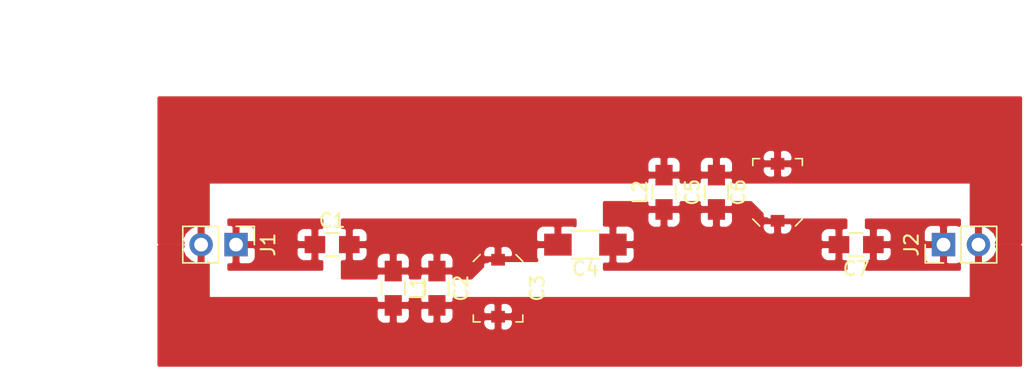
<source format=kicad_pcb>
(kicad_pcb (version 20171130) (host pcbnew "(5.0-dev-4067-g7a57606af)")

  (general
    (thickness 1.6)
    (drawings 2)
    (tracks 0)
    (zones 0)
    (modules 11)
    (nets 6)
  )

  (page A4)
  (layers
    (0 F.Cu signal)
    (31 B.Cu signal)
    (32 B.Adhes user)
    (33 F.Adhes user)
    (34 B.Paste user)
    (35 F.Paste user)
    (36 B.SilkS user)
    (37 F.SilkS user)
    (38 B.Mask user)
    (39 F.Mask user)
    (40 Dwgs.User user)
    (41 Cmts.User user)
    (42 Eco1.User user)
    (43 Eco2.User user)
    (44 Edge.Cuts user)
    (45 Margin user)
    (46 B.CrtYd user)
    (47 F.CrtYd user)
    (48 B.Fab user)
    (49 F.Fab user)
  )

  (setup
    (last_trace_width 0.25)
    (trace_clearance 0.2)
    (zone_clearance 0.508)
    (zone_45_only no)
    (trace_min 0.2)
    (segment_width 0.2)
    (edge_width 0.15)
    (via_size 0.8)
    (via_drill 0.4)
    (via_min_size 0.4)
    (via_min_drill 0.3)
    (uvia_size 0.3)
    (uvia_drill 0.1)
    (uvias_allowed no)
    (uvia_min_size 0.2)
    (uvia_min_drill 0.1)
    (pcb_text_width 0.3)
    (pcb_text_size 1.5 1.5)
    (mod_edge_width 0.15)
    (mod_text_size 1 1)
    (mod_text_width 0.15)
    (pad_size 1.524 1.524)
    (pad_drill 0.762)
    (pad_to_mask_clearance 0.2)
    (aux_axis_origin 0 0)
    (visible_elements FFFFFF7F)
    (pcbplotparams
      (layerselection 0x010fc_ffffffff)
      (usegerberextensions false)
      (usegerberattributes false)
      (usegerberadvancedattributes false)
      (creategerberjobfile false)
      (excludeedgelayer true)
      (linewidth 0.100000)
      (plotframeref false)
      (viasonmask false)
      (mode 1)
      (useauxorigin false)
      (hpglpennumber 1)
      (hpglpenspeed 20)
      (hpglpendiameter 15)
      (psnegative false)
      (psa4output false)
      (plotreference true)
      (plotvalue true)
      (plotinvisibletext false)
      (padsonsilk false)
      (subtractmaskfromsilk false)
      (outputformat 1)
      (mirror false)
      (drillshape 1)
      (scaleselection 1)
      (outputdirectory ""))
  )

  (net 0 "")
  (net 1 "Net-(C1-Pad1)")
  (net 2 GND)
  (net 3 "Net-(C7-Pad1)")
  (net 4 "Net-(C1-Pad2)")
  (net 5 "Net-(C4-Pad1)")

  (net_class Default "This is the default net class."
    (clearance 0.2)
    (trace_width 0.25)
    (via_dia 0.8)
    (via_drill 0.4)
    (uvia_dia 0.3)
    (uvia_drill 0.1)
    (add_net GND)
    (add_net "Net-(C1-Pad1)")
    (add_net "Net-(C1-Pad2)")
    (add_net "Net-(C4-Pad1)")
    (add_net "Net-(C7-Pad1)")
  )

  (module Capacitors_SMD:C_0805_HandSoldering (layer F.Cu) (tedit 58AA84A8) (tstamp 5A90D098)
    (at 100.965 57.15 90)
    (descr "Capacitor SMD 0805, hand soldering")
    (tags "capacitor 0805")
    (path /5A909D8A)
    (attr smd)
    (fp_text reference L2 (at 0 -1.75 90) (layer F.SilkS)
      (effects (font (size 1 1) (thickness 0.15)))
    )
    (fp_text value 64nH (at 0 1.75 90) (layer F.Fab)
      (effects (font (size 1 1) (thickness 0.15)))
    )
    (fp_line (start 2.25 0.87) (end -2.25 0.87) (layer F.CrtYd) (width 0.05))
    (fp_line (start 2.25 0.87) (end 2.25 -0.88) (layer F.CrtYd) (width 0.05))
    (fp_line (start -2.25 -0.88) (end -2.25 0.87) (layer F.CrtYd) (width 0.05))
    (fp_line (start -2.25 -0.88) (end 2.25 -0.88) (layer F.CrtYd) (width 0.05))
    (fp_line (start -0.5 0.85) (end 0.5 0.85) (layer F.SilkS) (width 0.12))
    (fp_line (start 0.5 -0.85) (end -0.5 -0.85) (layer F.SilkS) (width 0.12))
    (fp_line (start -1 -0.62) (end 1 -0.62) (layer F.Fab) (width 0.1))
    (fp_line (start 1 -0.62) (end 1 0.62) (layer F.Fab) (width 0.1))
    (fp_line (start 1 0.62) (end -1 0.62) (layer F.Fab) (width 0.1))
    (fp_line (start -1 0.62) (end -1 -0.62) (layer F.Fab) (width 0.1))
    (fp_text user %R (at 0 -1.75 90) (layer F.Fab)
      (effects (font (size 1 1) (thickness 0.15)))
    )
    (pad 2 smd rect (at 1.25 0 90) (size 1.5 1.25) (layers F.Cu F.Paste F.Mask)
      (net 2 GND))
    (pad 1 smd rect (at -1.25 0 90) (size 1.5 1.25) (layers F.Cu F.Paste F.Mask)
      (net 5 "Net-(C4-Pad1)"))
    (model Capacitors_SMD.3dshapes/C_0805.wrl
      (at (xyz 0 0 0))
      (scale (xyz 1 1 1))
      (rotate (xyz 0 0 0))
    )
  )

  (module Capacitors_SMD:C_0805_HandSoldering (layer F.Cu) (tedit 58AA84A8) (tstamp 5A90D49B)
    (at 81.28 64.135 270)
    (descr "Capacitor SMD 0805, hand soldering")
    (tags "capacitor 0805")
    (path /5A9089AA)
    (attr smd)
    (fp_text reference L1 (at 0 -1.75 270) (layer F.SilkS)
      (effects (font (size 1 1) (thickness 0.15)))
    )
    (fp_text value 64nH (at 0 1.75 270) (layer F.Fab)
      (effects (font (size 1 1) (thickness 0.15)))
    )
    (fp_text user %R (at 0 -1.75 270) (layer F.Fab)
      (effects (font (size 1 1) (thickness 0.15)))
    )
    (fp_line (start -1 0.62) (end -1 -0.62) (layer F.Fab) (width 0.1))
    (fp_line (start 1 0.62) (end -1 0.62) (layer F.Fab) (width 0.1))
    (fp_line (start 1 -0.62) (end 1 0.62) (layer F.Fab) (width 0.1))
    (fp_line (start -1 -0.62) (end 1 -0.62) (layer F.Fab) (width 0.1))
    (fp_line (start 0.5 -0.85) (end -0.5 -0.85) (layer F.SilkS) (width 0.12))
    (fp_line (start -0.5 0.85) (end 0.5 0.85) (layer F.SilkS) (width 0.12))
    (fp_line (start -2.25 -0.88) (end 2.25 -0.88) (layer F.CrtYd) (width 0.05))
    (fp_line (start -2.25 -0.88) (end -2.25 0.87) (layer F.CrtYd) (width 0.05))
    (fp_line (start 2.25 0.87) (end 2.25 -0.88) (layer F.CrtYd) (width 0.05))
    (fp_line (start 2.25 0.87) (end -2.25 0.87) (layer F.CrtYd) (width 0.05))
    (pad 1 smd rect (at -1.25 0 270) (size 1.5 1.25) (layers F.Cu F.Paste F.Mask)
      (net 4 "Net-(C1-Pad2)"))
    (pad 2 smd rect (at 1.25 0 270) (size 1.5 1.25) (layers F.Cu F.Paste F.Mask)
      (net 2 GND))
    (model Capacitors_SMD.3dshapes/C_0805.wrl
      (at (xyz 0 0 0))
      (scale (xyz 1 1 1))
      (rotate (xyz 0 0 0))
    )
  )

  (module Capacitors_SMD:C_0805_HandSoldering (layer F.Cu) (tedit 58AA84A8) (tstamp 5A90D076)
    (at 114.935 60.96 180)
    (descr "Capacitor SMD 0805, hand soldering")
    (tags "capacitor 0805")
    (path /5A909DA6)
    (attr smd)
    (fp_text reference C7 (at 0 -1.75 180) (layer F.SilkS)
      (effects (font (size 1 1) (thickness 0.15)))
    )
    (fp_text value 4.7pF (at 0 1.75 180) (layer F.Fab)
      (effects (font (size 1 1) (thickness 0.15)))
    )
    (fp_line (start 2.25 0.87) (end -2.25 0.87) (layer F.CrtYd) (width 0.05))
    (fp_line (start 2.25 0.87) (end 2.25 -0.88) (layer F.CrtYd) (width 0.05))
    (fp_line (start -2.25 -0.88) (end -2.25 0.87) (layer F.CrtYd) (width 0.05))
    (fp_line (start -2.25 -0.88) (end 2.25 -0.88) (layer F.CrtYd) (width 0.05))
    (fp_line (start -0.5 0.85) (end 0.5 0.85) (layer F.SilkS) (width 0.12))
    (fp_line (start 0.5 -0.85) (end -0.5 -0.85) (layer F.SilkS) (width 0.12))
    (fp_line (start -1 -0.62) (end 1 -0.62) (layer F.Fab) (width 0.1))
    (fp_line (start 1 -0.62) (end 1 0.62) (layer F.Fab) (width 0.1))
    (fp_line (start 1 0.62) (end -1 0.62) (layer F.Fab) (width 0.1))
    (fp_line (start -1 0.62) (end -1 -0.62) (layer F.Fab) (width 0.1))
    (fp_text user %R (at 0 -1.75 180) (layer F.Fab)
      (effects (font (size 1 1) (thickness 0.15)))
    )
    (pad 2 smd rect (at 1.25 0 180) (size 1.5 1.25) (layers F.Cu F.Paste F.Mask)
      (net 5 "Net-(C4-Pad1)"))
    (pad 1 smd rect (at -1.25 0 180) (size 1.5 1.25) (layers F.Cu F.Paste F.Mask)
      (net 3 "Net-(C7-Pad1)"))
    (model Capacitors_SMD.3dshapes/C_0805.wrl
      (at (xyz 0 0 0))
      (scale (xyz 1 1 1))
      (rotate (xyz 0 0 0))
    )
  )

  (module Capacitors_SMD:C_0805_HandSoldering (layer F.Cu) (tedit 58AA84A8) (tstamp 5A90D414)
    (at 104.775 57.15 90)
    (descr "Capacitor SMD 0805, hand soldering")
    (tags "capacitor 0805")
    (path /5A909D83)
    (attr smd)
    (fp_text reference C5 (at 0 -1.75 90) (layer F.SilkS)
      (effects (font (size 1 1) (thickness 0.15)))
    )
    (fp_text value 10pF (at 0 1.75 90) (layer F.Fab)
      (effects (font (size 1 1) (thickness 0.15)))
    )
    (fp_text user %R (at 0 -1.75 90) (layer F.Fab)
      (effects (font (size 1 1) (thickness 0.15)))
    )
    (fp_line (start -1 0.62) (end -1 -0.62) (layer F.Fab) (width 0.1))
    (fp_line (start 1 0.62) (end -1 0.62) (layer F.Fab) (width 0.1))
    (fp_line (start 1 -0.62) (end 1 0.62) (layer F.Fab) (width 0.1))
    (fp_line (start -1 -0.62) (end 1 -0.62) (layer F.Fab) (width 0.1))
    (fp_line (start 0.5 -0.85) (end -0.5 -0.85) (layer F.SilkS) (width 0.12))
    (fp_line (start -0.5 0.85) (end 0.5 0.85) (layer F.SilkS) (width 0.12))
    (fp_line (start -2.25 -0.88) (end 2.25 -0.88) (layer F.CrtYd) (width 0.05))
    (fp_line (start -2.25 -0.88) (end -2.25 0.87) (layer F.CrtYd) (width 0.05))
    (fp_line (start 2.25 0.87) (end 2.25 -0.88) (layer F.CrtYd) (width 0.05))
    (fp_line (start 2.25 0.87) (end -2.25 0.87) (layer F.CrtYd) (width 0.05))
    (pad 1 smd rect (at -1.25 0 90) (size 1.5 1.25) (layers F.Cu F.Paste F.Mask)
      (net 5 "Net-(C4-Pad1)"))
    (pad 2 smd rect (at 1.25 0 90) (size 1.5 1.25) (layers F.Cu F.Paste F.Mask)
      (net 2 GND))
    (model Capacitors_SMD.3dshapes/C_0805.wrl
      (at (xyz 0 0 0))
      (scale (xyz 1 1 1))
      (rotate (xyz 0 0 0))
    )
  )

  (module Capacitors_SMD:C_0805_HandSoldering (layer F.Cu) (tedit 58AA84A8) (tstamp 5A90D054)
    (at 84.455 64.135 270)
    (descr "Capacitor SMD 0805, hand soldering")
    (tags "capacitor 0805")
    (path /5A908668)
    (attr smd)
    (fp_text reference C2 (at 0 -1.75 270) (layer F.SilkS)
      (effects (font (size 1 1) (thickness 0.15)))
    )
    (fp_text value 10pF (at 0 1.75 270) (layer F.Fab)
      (effects (font (size 1 1) (thickness 0.15)))
    )
    (fp_line (start 2.25 0.87) (end -2.25 0.87) (layer F.CrtYd) (width 0.05))
    (fp_line (start 2.25 0.87) (end 2.25 -0.88) (layer F.CrtYd) (width 0.05))
    (fp_line (start -2.25 -0.88) (end -2.25 0.87) (layer F.CrtYd) (width 0.05))
    (fp_line (start -2.25 -0.88) (end 2.25 -0.88) (layer F.CrtYd) (width 0.05))
    (fp_line (start -0.5 0.85) (end 0.5 0.85) (layer F.SilkS) (width 0.12))
    (fp_line (start 0.5 -0.85) (end -0.5 -0.85) (layer F.SilkS) (width 0.12))
    (fp_line (start -1 -0.62) (end 1 -0.62) (layer F.Fab) (width 0.1))
    (fp_line (start 1 -0.62) (end 1 0.62) (layer F.Fab) (width 0.1))
    (fp_line (start 1 0.62) (end -1 0.62) (layer F.Fab) (width 0.1))
    (fp_line (start -1 0.62) (end -1 -0.62) (layer F.Fab) (width 0.1))
    (fp_text user %R (at 0 -1.75 270) (layer F.Fab)
      (effects (font (size 1 1) (thickness 0.15)))
    )
    (pad 2 smd rect (at 1.25 0 270) (size 1.5 1.25) (layers F.Cu F.Paste F.Mask)
      (net 2 GND))
    (pad 1 smd rect (at -1.25 0 270) (size 1.5 1.25) (layers F.Cu F.Paste F.Mask)
      (net 4 "Net-(C1-Pad2)"))
    (model Capacitors_SMD.3dshapes/C_0805.wrl
      (at (xyz 0 0 0))
      (scale (xyz 1 1 1))
      (rotate (xyz 0 0 0))
    )
  )

  (module Capacitors_SMD:C_0805_HandSoldering (layer F.Cu) (tedit 58AA84A8) (tstamp 5A90D043)
    (at 76.835 60.96)
    (descr "Capacitor SMD 0805, hand soldering")
    (tags "capacitor 0805")
    (path /5A9093E9)
    (attr smd)
    (fp_text reference C1 (at 0 -1.75) (layer F.SilkS)
      (effects (font (size 1 1) (thickness 0.15)))
    )
    (fp_text value 4.7pF (at 0 1.75) (layer F.Fab)
      (effects (font (size 1 1) (thickness 0.15)))
    )
    (fp_text user %R (at 0 -1.75) (layer F.Fab)
      (effects (font (size 1 1) (thickness 0.15)))
    )
    (fp_line (start -1 0.62) (end -1 -0.62) (layer F.Fab) (width 0.1))
    (fp_line (start 1 0.62) (end -1 0.62) (layer F.Fab) (width 0.1))
    (fp_line (start 1 -0.62) (end 1 0.62) (layer F.Fab) (width 0.1))
    (fp_line (start -1 -0.62) (end 1 -0.62) (layer F.Fab) (width 0.1))
    (fp_line (start 0.5 -0.85) (end -0.5 -0.85) (layer F.SilkS) (width 0.12))
    (fp_line (start -0.5 0.85) (end 0.5 0.85) (layer F.SilkS) (width 0.12))
    (fp_line (start -2.25 -0.88) (end 2.25 -0.88) (layer F.CrtYd) (width 0.05))
    (fp_line (start -2.25 -0.88) (end -2.25 0.87) (layer F.CrtYd) (width 0.05))
    (fp_line (start 2.25 0.87) (end 2.25 -0.88) (layer F.CrtYd) (width 0.05))
    (fp_line (start 2.25 0.87) (end -2.25 0.87) (layer F.CrtYd) (width 0.05))
    (pad 1 smd rect (at -1.25 0) (size 1.5 1.25) (layers F.Cu F.Paste F.Mask)
      (net 1 "Net-(C1-Pad1)"))
    (pad 2 smd rect (at 1.25 0) (size 1.5 1.25) (layers F.Cu F.Paste F.Mask)
      (net 4 "Net-(C1-Pad2)"))
    (model Capacitors_SMD.3dshapes/C_0805.wrl
      (at (xyz 0 0 0))
      (scale (xyz 1 1 1))
      (rotate (xyz 0 0 0))
    )
  )

  (module Capacitors_SMD:C_1206_HandSoldering (layer F.Cu) (tedit 58AA84D1) (tstamp 5A90D032)
    (at 95.25 60.96 180)
    (descr "Capacitor SMD 1206, hand soldering")
    (tags "capacitor 1206")
    (path /5A90920D)
    (attr smd)
    (fp_text reference C4 (at 0 -1.75 180) (layer F.SilkS)
      (effects (font (size 1 1) (thickness 0.15)))
    )
    (fp_text value 1pF (at 0 2 180) (layer F.Fab)
      (effects (font (size 1 1) (thickness 0.15)))
    )
    (fp_text user %R (at 0 -1.75 180) (layer F.Fab)
      (effects (font (size 1 1) (thickness 0.15)))
    )
    (fp_line (start -1.6 0.8) (end -1.6 -0.8) (layer F.Fab) (width 0.1))
    (fp_line (start 1.6 0.8) (end -1.6 0.8) (layer F.Fab) (width 0.1))
    (fp_line (start 1.6 -0.8) (end 1.6 0.8) (layer F.Fab) (width 0.1))
    (fp_line (start -1.6 -0.8) (end 1.6 -0.8) (layer F.Fab) (width 0.1))
    (fp_line (start 1 -1.02) (end -1 -1.02) (layer F.SilkS) (width 0.12))
    (fp_line (start -1 1.02) (end 1 1.02) (layer F.SilkS) (width 0.12))
    (fp_line (start -3.25 -1.05) (end 3.25 -1.05) (layer F.CrtYd) (width 0.05))
    (fp_line (start -3.25 -1.05) (end -3.25 1.05) (layer F.CrtYd) (width 0.05))
    (fp_line (start 3.25 1.05) (end 3.25 -1.05) (layer F.CrtYd) (width 0.05))
    (fp_line (start 3.25 1.05) (end -3.25 1.05) (layer F.CrtYd) (width 0.05))
    (pad 1 smd rect (at -2 0 180) (size 2 1.6) (layers F.Cu F.Paste F.Mask)
      (net 5 "Net-(C4-Pad1)"))
    (pad 2 smd rect (at 2 0 180) (size 2 1.6) (layers F.Cu F.Paste F.Mask)
      (net 4 "Net-(C1-Pad2)"))
    (model Capacitors_SMD.3dshapes/C_1206.wrl
      (at (xyz 0 0 0))
      (scale (xyz 1 1 1))
      (rotate (xyz 0 0 0))
    )
  )

  (module Capacitors_SMD:C_Trimmer_Murata_TZC3 (layer F.Cu) (tedit 590DA842) (tstamp 5A90D021)
    (at 109.22 57.15 90)
    (descr "trimmer capacitor SMD horizontal, http://www.murata.com/~/media/webrenewal/support/library/catalog/products/capacitor/trimmer/t13e.ashx?la=en-gb")
    (tags " Murata TZC3")
    (path /5A909D7C)
    (attr smd)
    (fp_text reference C6 (at 0 -2.85 90) (layer F.SilkS)
      (effects (font (size 1 1) (thickness 0.15)))
    )
    (fp_text value 2-6pF (at 0 2.85 90) (layer F.Fab)
      (effects (font (size 1 1) (thickness 0.15)))
    )
    (fp_text user %R (at 0 0 90) (layer F.Fab)
      (effects (font (size 0.5 0.5) (thickness 0.05)))
    )
    (fp_line (start 2.75 -1.85) (end -2.75 -1.85) (layer F.CrtYd) (width 0.05))
    (fp_line (start 2.75 1.85) (end 2.75 -1.85) (layer F.CrtYd) (width 0.05))
    (fp_line (start -2.75 1.85) (end 2.75 1.85) (layer F.CrtYd) (width 0.05))
    (fp_line (start -2.75 -1.85) (end -2.75 1.85) (layer F.CrtYd) (width 0.05))
    (fp_line (start 2.45 1.8) (end 2.45 1.3) (layer F.SilkS) (width 0.12))
    (fp_line (start 2.45 1.8) (end 1.95 1.8) (layer F.SilkS) (width 0.12))
    (fp_line (start 2.45 -1.8) (end 2.45 -1.3) (layer F.SilkS) (width 0.12))
    (fp_line (start 2.45 -1.8) (end 1.95 -1.8) (layer F.SilkS) (width 0.12))
    (fp_line (start -2.45 1.3) (end -1.95 1.8) (layer F.SilkS) (width 0.12))
    (fp_line (start -2.45 -1.3) (end -1.95 -1.8) (layer F.SilkS) (width 0.12))
    (fp_line (start -2.25 -1) (end -1.95 -1.3) (layer F.Fab) (width 0.1))
    (fp_line (start -2.25 1) (end -2.25 -1) (layer F.Fab) (width 0.1))
    (fp_line (start -1.95 1.3) (end -2.25 1) (layer F.Fab) (width 0.1))
    (fp_line (start -1.65 1.6) (end -1.95 1.3) (layer F.Fab) (width 0.1))
    (fp_line (start 2.24 1.6) (end -1.65 1.6) (layer F.Fab) (width 0.1))
    (fp_line (start 2.25 1.6) (end 2.24 1.6) (layer F.Fab) (width 0.1))
    (fp_line (start 2.25 1.59) (end 2.25 1.6) (layer F.Fab) (width 0.1))
    (fp_line (start 2.25 -1.59) (end 2.25 1.59) (layer F.Fab) (width 0.1))
    (fp_line (start 2.25 -1.6) (end 2.25 -1.59) (layer F.Fab) (width 0.1))
    (fp_line (start 2.24 -1.6) (end 2.25 -1.6) (layer F.Fab) (width 0.1))
    (fp_line (start -1.65 -1.6) (end 2.24 -1.6) (layer F.Fab) (width 0.1))
    (fp_line (start -1.95 -1.3) (end -1.65 -1.6) (layer F.Fab) (width 0.1))
    (fp_circle (center 0 0) (end 1.6 0) (layer F.Fab) (width 0.1))
    (pad 2 smd rect (at 2.075 0 90) (size 0.85 1) (layers F.Cu F.Paste F.Mask)
      (net 2 GND))
    (pad 1 smd rect (at -2.075 0 90) (size 0.85 1) (layers F.Cu F.Paste F.Mask)
      (net 5 "Net-(C4-Pad1)"))
    (model ${KISYS3DMOD}/Capacitors_SMD.3dshapes/C_Trimmer_Murata_TZC3.wrl
      (at (xyz 0 0 0))
      (scale (xyz 1 1 1))
      (rotate (xyz 0 0 0))
    )
  )

  (module Capacitors_SMD:C_Trimmer_Murata_TZC3 (layer F.Cu) (tedit 590DA842) (tstamp 5A90D451)
    (at 88.9 64.135 270)
    (descr "trimmer capacitor SMD horizontal, http://www.murata.com/~/media/webrenewal/support/library/catalog/products/capacitor/trimmer/t13e.ashx?la=en-gb")
    (tags " Murata TZC3")
    (path /5A90853C)
    (attr smd)
    (fp_text reference C3 (at 0 -2.85 270) (layer F.SilkS)
      (effects (font (size 1 1) (thickness 0.15)))
    )
    (fp_text value 2-6pF (at 0 2.85 270) (layer F.Fab)
      (effects (font (size 1 1) (thickness 0.15)))
    )
    (fp_circle (center 0 0) (end 1.6 0) (layer F.Fab) (width 0.1))
    (fp_line (start -1.95 -1.3) (end -1.65 -1.6) (layer F.Fab) (width 0.1))
    (fp_line (start -1.65 -1.6) (end 2.24 -1.6) (layer F.Fab) (width 0.1))
    (fp_line (start 2.24 -1.6) (end 2.25 -1.6) (layer F.Fab) (width 0.1))
    (fp_line (start 2.25 -1.6) (end 2.25 -1.59) (layer F.Fab) (width 0.1))
    (fp_line (start 2.25 -1.59) (end 2.25 1.59) (layer F.Fab) (width 0.1))
    (fp_line (start 2.25 1.59) (end 2.25 1.6) (layer F.Fab) (width 0.1))
    (fp_line (start 2.25 1.6) (end 2.24 1.6) (layer F.Fab) (width 0.1))
    (fp_line (start 2.24 1.6) (end -1.65 1.6) (layer F.Fab) (width 0.1))
    (fp_line (start -1.65 1.6) (end -1.95 1.3) (layer F.Fab) (width 0.1))
    (fp_line (start -1.95 1.3) (end -2.25 1) (layer F.Fab) (width 0.1))
    (fp_line (start -2.25 1) (end -2.25 -1) (layer F.Fab) (width 0.1))
    (fp_line (start -2.25 -1) (end -1.95 -1.3) (layer F.Fab) (width 0.1))
    (fp_line (start -2.45 -1.3) (end -1.95 -1.8) (layer F.SilkS) (width 0.12))
    (fp_line (start -2.45 1.3) (end -1.95 1.8) (layer F.SilkS) (width 0.12))
    (fp_line (start 2.45 -1.8) (end 1.95 -1.8) (layer F.SilkS) (width 0.12))
    (fp_line (start 2.45 -1.8) (end 2.45 -1.3) (layer F.SilkS) (width 0.12))
    (fp_line (start 2.45 1.8) (end 1.95 1.8) (layer F.SilkS) (width 0.12))
    (fp_line (start 2.45 1.8) (end 2.45 1.3) (layer F.SilkS) (width 0.12))
    (fp_line (start -2.75 -1.85) (end -2.75 1.85) (layer F.CrtYd) (width 0.05))
    (fp_line (start -2.75 1.85) (end 2.75 1.85) (layer F.CrtYd) (width 0.05))
    (fp_line (start 2.75 1.85) (end 2.75 -1.85) (layer F.CrtYd) (width 0.05))
    (fp_line (start 2.75 -1.85) (end -2.75 -1.85) (layer F.CrtYd) (width 0.05))
    (fp_text user %R (at 0 0 270) (layer F.Fab)
      (effects (font (size 0.5 0.5) (thickness 0.05)))
    )
    (pad 1 smd rect (at -2.075 0 270) (size 0.85 1) (layers F.Cu F.Paste F.Mask)
      (net 4 "Net-(C1-Pad2)"))
    (pad 2 smd rect (at 2.075 0 270) (size 0.85 1) (layers F.Cu F.Paste F.Mask)
      (net 2 GND))
    (model ${KISYS3DMOD}/Capacitors_SMD.3dshapes/C_Trimmer_Murata_TZC3.wrl
      (at (xyz 0 0 0))
      (scale (xyz 1 1 1))
      (rotate (xyz 0 0 0))
    )
  )

  (module Pin_Headers:Pin_Header_Straight_1x02_Pitch2.54mm (layer F.Cu) (tedit 59650532) (tstamp 5A90CFE5)
    (at 121.285 60.96 90)
    (descr "Through hole straight pin header, 1x02, 2.54mm pitch, single row")
    (tags "Through hole pin header THT 1x02 2.54mm single row")
    (path /5A90C91C)
    (fp_text reference J2 (at 0 -2.33 90) (layer F.SilkS)
      (effects (font (size 1 1) (thickness 0.15)))
    )
    (fp_text value Conn_Coaxial (at 0 4.87 90) (layer F.Fab)
      (effects (font (size 1 1) (thickness 0.15)))
    )
    (fp_text user %R (at 0 1.27 180) (layer F.Fab)
      (effects (font (size 1 1) (thickness 0.15)))
    )
    (fp_line (start 1.8 -1.8) (end -1.8 -1.8) (layer F.CrtYd) (width 0.05))
    (fp_line (start 1.8 4.35) (end 1.8 -1.8) (layer F.CrtYd) (width 0.05))
    (fp_line (start -1.8 4.35) (end 1.8 4.35) (layer F.CrtYd) (width 0.05))
    (fp_line (start -1.8 -1.8) (end -1.8 4.35) (layer F.CrtYd) (width 0.05))
    (fp_line (start -1.33 -1.33) (end 0 -1.33) (layer F.SilkS) (width 0.12))
    (fp_line (start -1.33 0) (end -1.33 -1.33) (layer F.SilkS) (width 0.12))
    (fp_line (start -1.33 1.27) (end 1.33 1.27) (layer F.SilkS) (width 0.12))
    (fp_line (start 1.33 1.27) (end 1.33 3.87) (layer F.SilkS) (width 0.12))
    (fp_line (start -1.33 1.27) (end -1.33 3.87) (layer F.SilkS) (width 0.12))
    (fp_line (start -1.33 3.87) (end 1.33 3.87) (layer F.SilkS) (width 0.12))
    (fp_line (start -1.27 -0.635) (end -0.635 -1.27) (layer F.Fab) (width 0.1))
    (fp_line (start -1.27 3.81) (end -1.27 -0.635) (layer F.Fab) (width 0.1))
    (fp_line (start 1.27 3.81) (end -1.27 3.81) (layer F.Fab) (width 0.1))
    (fp_line (start 1.27 -1.27) (end 1.27 3.81) (layer F.Fab) (width 0.1))
    (fp_line (start -0.635 -1.27) (end 1.27 -1.27) (layer F.Fab) (width 0.1))
    (pad 2 thru_hole oval (at 0 2.54 90) (size 1.7 1.7) (drill 1) (layers *.Cu *.Mask)
      (net 2 GND))
    (pad 1 thru_hole rect (at 0 0 90) (size 1.7 1.7) (drill 1) (layers *.Cu *.Mask)
      (net 3 "Net-(C7-Pad1)"))
    (model ${KISYS3DMOD}/Pin_Headers.3dshapes/Pin_Header_Straight_1x02_Pitch2.54mm.wrl
      (at (xyz 0 0 0))
      (scale (xyz 1 1 1))
      (rotate (xyz 0 0 0))
    )
  )

  (module Pin_Headers:Pin_Header_Straight_1x02_Pitch2.54mm (layer F.Cu) (tedit 59650532) (tstamp 5A90D198)
    (at 69.85 60.96 270)
    (descr "Through hole straight pin header, 1x02, 2.54mm pitch, single row")
    (tags "Through hole pin header THT 1x02 2.54mm single row")
    (path /5A908D1D)
    (fp_text reference J1 (at 0 -2.33 270) (layer F.SilkS)
      (effects (font (size 1 1) (thickness 0.15)))
    )
    (fp_text value Conn_Coaxial (at 0 4.87 270) (layer F.Fab)
      (effects (font (size 1 1) (thickness 0.15)))
    )
    (fp_line (start -0.635 -1.27) (end 1.27 -1.27) (layer F.Fab) (width 0.1))
    (fp_line (start 1.27 -1.27) (end 1.27 3.81) (layer F.Fab) (width 0.1))
    (fp_line (start 1.27 3.81) (end -1.27 3.81) (layer F.Fab) (width 0.1))
    (fp_line (start -1.27 3.81) (end -1.27 -0.635) (layer F.Fab) (width 0.1))
    (fp_line (start -1.27 -0.635) (end -0.635 -1.27) (layer F.Fab) (width 0.1))
    (fp_line (start -1.33 3.87) (end 1.33 3.87) (layer F.SilkS) (width 0.12))
    (fp_line (start -1.33 1.27) (end -1.33 3.87) (layer F.SilkS) (width 0.12))
    (fp_line (start 1.33 1.27) (end 1.33 3.87) (layer F.SilkS) (width 0.12))
    (fp_line (start -1.33 1.27) (end 1.33 1.27) (layer F.SilkS) (width 0.12))
    (fp_line (start -1.33 0) (end -1.33 -1.33) (layer F.SilkS) (width 0.12))
    (fp_line (start -1.33 -1.33) (end 0 -1.33) (layer F.SilkS) (width 0.12))
    (fp_line (start -1.8 -1.8) (end -1.8 4.35) (layer F.CrtYd) (width 0.05))
    (fp_line (start -1.8 4.35) (end 1.8 4.35) (layer F.CrtYd) (width 0.05))
    (fp_line (start 1.8 4.35) (end 1.8 -1.8) (layer F.CrtYd) (width 0.05))
    (fp_line (start 1.8 -1.8) (end -1.8 -1.8) (layer F.CrtYd) (width 0.05))
    (fp_text user %R (at 0 1.27) (layer F.Fab)
      (effects (font (size 1 1) (thickness 0.15)))
    )
    (pad 1 thru_hole rect (at 0 0 270) (size 1.7 1.7) (drill 1) (layers *.Cu *.Mask)
      (net 1 "Net-(C1-Pad1)"))
    (pad 2 thru_hole oval (at 0 2.54 270) (size 1.7 1.7) (drill 1) (layers *.Cu *.Mask)
      (net 2 GND))
    (model ${KISYS3DMOD}/Pin_Headers.3dshapes/Pin_Header_Straight_1x02_Pitch2.54mm.wrl
      (at (xyz 0 0 0))
      (scale (xyz 1 1 1))
      (rotate (xyz 0 0 0))
    )
  )

  (dimension 19.685 (width 0.3) (layer Cmts.User)
    (gr_text "19.685 mm" (at 58.975 60.0075 270) (layer Cmts.User)
      (effects (font (size 1.5 1.5) (thickness 0.3)))
    )
    (feature1 (pts (xy 64.135 69.85) (xy 57.625 69.85)))
    (feature2 (pts (xy 64.135 50.165) (xy 57.625 50.165)))
    (crossbar (pts (xy 60.325 50.165) (xy 60.325 69.85)))
    (arrow1a (pts (xy 60.325 69.85) (xy 59.738579 68.723496)))
    (arrow1b (pts (xy 60.325 69.85) (xy 60.911421 68.723496)))
    (arrow2a (pts (xy 60.325 50.165) (xy 59.738579 51.291504)))
    (arrow2b (pts (xy 60.325 50.165) (xy 60.911421 51.291504)))
  )
  (dimension 62.865 (width 0.3) (layer Cmts.User)
    (gr_text "62.865 mm" (at 95.5675 45.005) (layer Cmts.User)
      (effects (font (size 1.5 1.5) (thickness 0.3)))
    )
    (feature1 (pts (xy 127 50.165) (xy 127 43.655)))
    (feature2 (pts (xy 64.135 50.165) (xy 64.135 43.655)))
    (crossbar (pts (xy 64.135 46.355) (xy 127 46.355)))
    (arrow1a (pts (xy 127 46.355) (xy 125.873496 46.941421)))
    (arrow1b (pts (xy 127 46.355) (xy 125.873496 45.768579)))
    (arrow2a (pts (xy 64.135 46.355) (xy 65.261504 46.941421)))
    (arrow2b (pts (xy 64.135 46.355) (xy 65.261504 45.768579)))
  )

  (zone (net 4) (net_name "Net-(C1-Pad2)") (layer F.Cu) (tstamp 0) (hatch edge 0.508)
    (connect_pads (clearance 0.508))
    (min_thickness 0.254)
    (fill yes (arc_segments 16) (thermal_gap 0.508) (thermal_bridge_width 0.508))
    (polygon
      (pts
        (xy 77.47 59.055) (xy 77.47 63.5) (xy 86.995 63.5) (xy 88.265 62.23) (xy 94.615 62.23)
        (xy 94.615 59.055)
      )
    )
    (filled_polygon
      (pts
        (xy 94.488 59.571264) (xy 94.376309 59.525) (xy 93.53575 59.525) (xy 93.377 59.68375) (xy 93.377 60.833)
        (xy 93.397 60.833) (xy 93.397 61.087) (xy 93.377 61.087) (xy 93.377 61.107) (xy 93.123 61.107)
        (xy 93.123 61.087) (xy 91.77375 61.087) (xy 91.615 61.24575) (xy 91.615 61.88631) (xy 91.704756 62.103)
        (xy 88.265 62.103) (xy 88.216399 62.112667) (xy 88.175197 62.140197) (xy 88.128394 62.187) (xy 87.92375 62.187)
        (xy 87.765 62.34575) (xy 87.765 62.550394) (xy 86.942394 63.373) (xy 85.715 63.373) (xy 85.715 63.17075)
        (xy 85.55625 63.012) (xy 84.582 63.012) (xy 84.582 63.032) (xy 84.328 63.032) (xy 84.328 63.012)
        (xy 83.35375 63.012) (xy 83.195 63.17075) (xy 83.195 63.373) (xy 82.54 63.373) (xy 82.54 63.17075)
        (xy 82.38125 63.012) (xy 81.407 63.012) (xy 81.407 63.032) (xy 81.153 63.032) (xy 81.153 63.012)
        (xy 80.17875 63.012) (xy 80.02 63.17075) (xy 80.02 63.373) (xy 77.597 63.373) (xy 77.597 62.22)
        (xy 77.79925 62.22) (xy 77.958 62.06125) (xy 77.958 61.087) (xy 78.212 61.087) (xy 78.212 62.06125)
        (xy 78.37075 62.22) (xy 78.961309 62.22) (xy 79.194698 62.123327) (xy 79.309334 62.008691) (xy 80.02 62.008691)
        (xy 80.02 62.59925) (xy 80.17875 62.758) (xy 81.153 62.758) (xy 81.153 61.65875) (xy 81.407 61.65875)
        (xy 81.407 62.758) (xy 82.38125 62.758) (xy 82.54 62.59925) (xy 82.54 62.008691) (xy 83.195 62.008691)
        (xy 83.195 62.59925) (xy 83.35375 62.758) (xy 84.328 62.758) (xy 84.328 61.65875) (xy 84.582 61.65875)
        (xy 84.582 62.758) (xy 85.55625 62.758) (xy 85.715 62.59925) (xy 85.715 62.008691) (xy 85.618327 61.775302)
        (xy 85.439699 61.596673) (xy 85.227292 61.508691) (xy 87.765 61.508691) (xy 87.765 61.77425) (xy 87.92375 61.933)
        (xy 88.773 61.933) (xy 88.773 61.15875) (xy 89.027 61.15875) (xy 89.027 61.933) (xy 89.87625 61.933)
        (xy 90.035 61.77425) (xy 90.035 61.508691) (xy 89.938327 61.275302) (xy 89.759699 61.096673) (xy 89.52631 61)
        (xy 89.18575 61) (xy 89.027 61.15875) (xy 88.773 61.15875) (xy 88.61425 61) (xy 88.27369 61)
        (xy 88.040301 61.096673) (xy 87.861673 61.275302) (xy 87.765 61.508691) (xy 85.227292 61.508691) (xy 85.20631 61.5)
        (xy 84.74075 61.5) (xy 84.582 61.65875) (xy 84.328 61.65875) (xy 84.16925 61.5) (xy 83.70369 61.5)
        (xy 83.470301 61.596673) (xy 83.291673 61.775302) (xy 83.195 62.008691) (xy 82.54 62.008691) (xy 82.443327 61.775302)
        (xy 82.264699 61.596673) (xy 82.03131 61.5) (xy 81.56575 61.5) (xy 81.407 61.65875) (xy 81.153 61.65875)
        (xy 80.99425 61.5) (xy 80.52869 61.5) (xy 80.295301 61.596673) (xy 80.116673 61.775302) (xy 80.02 62.008691)
        (xy 79.309334 62.008691) (xy 79.373327 61.944699) (xy 79.47 61.71131) (xy 79.47 61.24575) (xy 79.31125 61.087)
        (xy 78.212 61.087) (xy 77.958 61.087) (xy 77.938 61.087) (xy 77.938 60.833) (xy 77.958 60.833)
        (xy 77.958 59.85875) (xy 78.212 59.85875) (xy 78.212 60.833) (xy 79.31125 60.833) (xy 79.47 60.67425)
        (xy 79.47 60.20869) (xy 79.397513 60.03369) (xy 91.615 60.03369) (xy 91.615 60.67425) (xy 91.77375 60.833)
        (xy 93.123 60.833) (xy 93.123 59.68375) (xy 92.96425 59.525) (xy 92.123691 59.525) (xy 91.890302 59.621673)
        (xy 91.711673 59.800301) (xy 91.615 60.03369) (xy 79.397513 60.03369) (xy 79.373327 59.975301) (xy 79.194698 59.796673)
        (xy 78.961309 59.7) (xy 78.37075 59.7) (xy 78.212 59.85875) (xy 77.958 59.85875) (xy 77.79925 59.7)
        (xy 77.597 59.7) (xy 77.597 59.182) (xy 94.488 59.182)
      )
    )
  )
  (zone (net 5) (net_name "Net-(C4-Pad1)") (layer F.Cu) (tstamp 0) (hatch edge 0.508)
    (connect_pads (clearance 0.508))
    (min_thickness 0.254)
    (fill yes (arc_segments 16) (thermal_gap 0.508) (thermal_bridge_width 0.508))
    (polygon
      (pts
        (xy 96.52 62.865) (xy 96.52 57.785) (xy 107.315 57.785) (xy 108.585 59.055) (xy 114.3 59.055)
        (xy 114.3 62.865)
      )
    )
    (filled_polygon
      (pts
        (xy 99.705 58.11425) (xy 99.86375 58.273) (xy 100.838 58.273) (xy 100.838 58.253) (xy 101.092 58.253)
        (xy 101.092 58.273) (xy 102.06625 58.273) (xy 102.225 58.11425) (xy 102.225 57.912) (xy 103.515 57.912)
        (xy 103.515 58.11425) (xy 103.67375 58.273) (xy 104.648 58.273) (xy 104.648 58.253) (xy 104.902 58.253)
        (xy 104.902 58.273) (xy 105.87625 58.273) (xy 106.035 58.11425) (xy 106.035 57.912) (xy 107.262394 57.912)
        (xy 108.085 58.734606) (xy 108.085 58.93925) (xy 108.24375 59.098) (xy 108.448394 59.098) (xy 108.495197 59.144803)
        (xy 108.536399 59.172333) (xy 108.585 59.182) (xy 114.173 59.182) (xy 114.173 59.7) (xy 113.97075 59.7)
        (xy 113.812 59.85875) (xy 113.812 60.833) (xy 113.832 60.833) (xy 113.832 61.087) (xy 113.812 61.087)
        (xy 113.812 62.06125) (xy 113.97075 62.22) (xy 114.173 62.22) (xy 114.173 62.738) (xy 96.647 62.738)
        (xy 96.647 62.395) (xy 96.96425 62.395) (xy 97.123 62.23625) (xy 97.123 61.087) (xy 97.377 61.087)
        (xy 97.377 62.23625) (xy 97.53575 62.395) (xy 98.376309 62.395) (xy 98.609698 62.298327) (xy 98.788327 62.119699)
        (xy 98.885 61.88631) (xy 98.885 61.24575) (xy 112.3 61.24575) (xy 112.3 61.71131) (xy 112.396673 61.944699)
        (xy 112.575302 62.123327) (xy 112.808691 62.22) (xy 113.39925 62.22) (xy 113.558 62.06125) (xy 113.558 61.087)
        (xy 112.45875 61.087) (xy 112.3 61.24575) (xy 98.885 61.24575) (xy 98.72625 61.087) (xy 97.377 61.087)
        (xy 97.123 61.087) (xy 97.103 61.087) (xy 97.103 60.833) (xy 97.123 60.833) (xy 97.123 59.68375)
        (xy 97.377 59.68375) (xy 97.377 60.833) (xy 98.72625 60.833) (xy 98.885 60.67425) (xy 98.885 60.03369)
        (xy 98.788327 59.800301) (xy 98.609698 59.621673) (xy 98.376309 59.525) (xy 97.53575 59.525) (xy 97.377 59.68375)
        (xy 97.123 59.68375) (xy 96.96425 59.525) (xy 96.647 59.525) (xy 96.647 58.68575) (xy 99.705 58.68575)
        (xy 99.705 59.276309) (xy 99.801673 59.509698) (xy 99.980301 59.688327) (xy 100.21369 59.785) (xy 100.67925 59.785)
        (xy 100.838 59.62625) (xy 100.838 58.527) (xy 101.092 58.527) (xy 101.092 59.62625) (xy 101.25075 59.785)
        (xy 101.71631 59.785) (xy 101.949699 59.688327) (xy 102.128327 59.509698) (xy 102.225 59.276309) (xy 102.225 58.68575)
        (xy 103.515 58.68575) (xy 103.515 59.276309) (xy 103.611673 59.509698) (xy 103.790301 59.688327) (xy 104.02369 59.785)
        (xy 104.48925 59.785) (xy 104.648 59.62625) (xy 104.648 58.527) (xy 104.902 58.527) (xy 104.902 59.62625)
        (xy 105.06075 59.785) (xy 105.52631 59.785) (xy 105.759699 59.688327) (xy 105.937275 59.51075) (xy 108.085 59.51075)
        (xy 108.085 59.776309) (xy 108.181673 60.009698) (xy 108.360301 60.188327) (xy 108.59369 60.285) (xy 108.93425 60.285)
        (xy 109.093 60.12625) (xy 109.093 59.352) (xy 109.347 59.352) (xy 109.347 60.12625) (xy 109.50575 60.285)
        (xy 109.84631 60.285) (xy 110.030538 60.20869) (xy 112.3 60.20869) (xy 112.3 60.67425) (xy 112.45875 60.833)
        (xy 113.558 60.833) (xy 113.558 59.85875) (xy 113.39925 59.7) (xy 112.808691 59.7) (xy 112.575302 59.796673)
        (xy 112.396673 59.975301) (xy 112.3 60.20869) (xy 110.030538 60.20869) (xy 110.079699 60.188327) (xy 110.258327 60.009698)
        (xy 110.355 59.776309) (xy 110.355 59.51075) (xy 110.19625 59.352) (xy 109.347 59.352) (xy 109.093 59.352)
        (xy 108.24375 59.352) (xy 108.085 59.51075) (xy 105.937275 59.51075) (xy 105.938327 59.509698) (xy 106.035 59.276309)
        (xy 106.035 58.68575) (xy 105.87625 58.527) (xy 104.902 58.527) (xy 104.648 58.527) (xy 103.67375 58.527)
        (xy 103.515 58.68575) (xy 102.225 58.68575) (xy 102.06625 58.527) (xy 101.092 58.527) (xy 100.838 58.527)
        (xy 99.86375 58.527) (xy 99.705 58.68575) (xy 96.647 58.68575) (xy 96.647 57.912) (xy 99.705 57.912)
      )
    )
  )
  (zone (net 3) (net_name "Net-(C7-Pad1)") (layer F.Cu) (tstamp 0) (hatch edge 0.508)
    (connect_pads (clearance 0.508))
    (min_thickness 0.254)
    (fill yes (arc_segments 16) (thermal_gap 0.508) (thermal_bridge_width 0.508))
    (polygon
      (pts
        (xy 115.57 59.055) (xy 115.57 62.865) (xy 122.555 62.865) (xy 122.555 59.055)
      )
    )
    (filled_polygon
      (pts
        (xy 122.428 59.544045) (xy 122.26131 59.475) (xy 121.57075 59.475) (xy 121.412 59.63375) (xy 121.412 60.833)
        (xy 121.432 60.833) (xy 121.432 61.087) (xy 121.412 61.087) (xy 121.412 62.28625) (xy 121.57075 62.445)
        (xy 122.26131 62.445) (xy 122.428 62.375955) (xy 122.428 62.738) (xy 115.697 62.738) (xy 115.697 62.22)
        (xy 115.89925 62.22) (xy 116.058 62.06125) (xy 116.058 61.087) (xy 116.312 61.087) (xy 116.312 62.06125)
        (xy 116.47075 62.22) (xy 117.061309 62.22) (xy 117.294698 62.123327) (xy 117.473327 61.944699) (xy 117.57 61.71131)
        (xy 117.57 61.24575) (xy 119.8 61.24575) (xy 119.8 61.936309) (xy 119.896673 62.169698) (xy 120.075301 62.348327)
        (xy 120.30869 62.445) (xy 120.99925 62.445) (xy 121.158 62.28625) (xy 121.158 61.087) (xy 119.95875 61.087)
        (xy 119.8 61.24575) (xy 117.57 61.24575) (xy 117.41125 61.087) (xy 116.312 61.087) (xy 116.058 61.087)
        (xy 116.038 61.087) (xy 116.038 60.833) (xy 116.058 60.833) (xy 116.058 59.85875) (xy 116.312 59.85875)
        (xy 116.312 60.833) (xy 117.41125 60.833) (xy 117.57 60.67425) (xy 117.57 60.20869) (xy 117.476803 59.983691)
        (xy 119.8 59.983691) (xy 119.8 60.67425) (xy 119.95875 60.833) (xy 121.158 60.833) (xy 121.158 59.63375)
        (xy 120.99925 59.475) (xy 120.30869 59.475) (xy 120.075301 59.571673) (xy 119.896673 59.750302) (xy 119.8 59.983691)
        (xy 117.476803 59.983691) (xy 117.473327 59.975301) (xy 117.294698 59.796673) (xy 117.061309 59.7) (xy 116.47075 59.7)
        (xy 116.312 59.85875) (xy 116.058 59.85875) (xy 115.89925 59.7) (xy 115.697 59.7) (xy 115.697 59.182)
        (xy 122.428 59.182)
      )
    )
  )
  (zone (net 1) (net_name "Net-(C1-Pad1)") (layer F.Cu) (tstamp 0) (hatch edge 0.508)
    (connect_pads (clearance 0.508))
    (min_thickness 0.254)
    (fill yes (arc_segments 16) (thermal_gap 0.508) (thermal_bridge_width 0.508))
    (polygon
      (pts
        (xy 76.2 59.055) (xy 69.215 59.055) (xy 69.215 62.865) (xy 76.2 62.865)
      )
    )
    (filled_polygon
      (pts
        (xy 76.073 59.7) (xy 75.87075 59.7) (xy 75.712 59.85875) (xy 75.712 60.833) (xy 75.732 60.833)
        (xy 75.732 61.087) (xy 75.712 61.087) (xy 75.712 62.06125) (xy 75.87075 62.22) (xy 76.073 62.22)
        (xy 76.073 62.738) (xy 69.342 62.738) (xy 69.342 62.445) (xy 69.56425 62.445) (xy 69.723 62.28625)
        (xy 69.723 61.087) (xy 69.977 61.087) (xy 69.977 62.28625) (xy 70.13575 62.445) (xy 70.82631 62.445)
        (xy 71.059699 62.348327) (xy 71.238327 62.169698) (xy 71.335 61.936309) (xy 71.335 61.24575) (xy 74.2 61.24575)
        (xy 74.2 61.71131) (xy 74.296673 61.944699) (xy 74.475302 62.123327) (xy 74.708691 62.22) (xy 75.29925 62.22)
        (xy 75.458 62.06125) (xy 75.458 61.087) (xy 74.35875 61.087) (xy 74.2 61.24575) (xy 71.335 61.24575)
        (xy 71.17625 61.087) (xy 69.977 61.087) (xy 69.723 61.087) (xy 69.703 61.087) (xy 69.703 60.833)
        (xy 69.723 60.833) (xy 69.723 59.63375) (xy 69.977 59.63375) (xy 69.977 60.833) (xy 71.17625 60.833)
        (xy 71.335 60.67425) (xy 71.335 60.20869) (xy 74.2 60.20869) (xy 74.2 60.67425) (xy 74.35875 60.833)
        (xy 75.458 60.833) (xy 75.458 59.85875) (xy 75.29925 59.7) (xy 74.708691 59.7) (xy 74.475302 59.796673)
        (xy 74.296673 59.975301) (xy 74.2 60.20869) (xy 71.335 60.20869) (xy 71.335 59.983691) (xy 71.238327 59.750302)
        (xy 71.059699 59.571673) (xy 70.82631 59.475) (xy 70.13575 59.475) (xy 69.977 59.63375) (xy 69.723 59.63375)
        (xy 69.56425 59.475) (xy 69.342 59.475) (xy 69.342 59.182) (xy 76.073 59.182)
      )
    )
  )
  (zone (net 2) (net_name GND) (layer F.Cu) (tstamp 0) (hatch edge 0.508)
    (connect_pads (clearance 0.508))
    (min_thickness 0.254)
    (fill yes (arc_segments 16) (thermal_gap 0.508) (thermal_bridge_width 0.508))
    (polygon
      (pts
        (xy 67.945 60.96) (xy 67.945 56.515) (xy 95.885 56.515) (xy 96.52 56.515) (xy 123.19 56.515)
        (xy 123.19 60.96) (xy 127 60.96) (xy 127 50.165) (xy 64.135 50.165) (xy 64.135 60.96)
      )
    )
    (filled_polygon
      (pts
        (xy 126.873 60.833) (xy 125.31 60.833) (xy 125.31 60.832998) (xy 125.14582 60.832998) (xy 125.266486 60.603108)
        (xy 125.020183 60.078642) (xy 124.591924 59.688355) (xy 124.18189 59.518524) (xy 123.952 59.639845) (xy 123.952 60.833)
        (xy 123.698 60.833) (xy 123.698 59.639845) (xy 123.46811 59.518524) (xy 123.317 59.581112) (xy 123.317 56.515)
        (xy 123.307333 56.466399) (xy 123.279803 56.425197) (xy 123.238601 56.397667) (xy 123.19 56.388) (xy 106.035 56.388)
        (xy 106.035 56.18575) (xy 105.87625 56.027) (xy 104.902 56.027) (xy 104.902 56.047) (xy 104.648 56.047)
        (xy 104.648 56.027) (xy 103.67375 56.027) (xy 103.515 56.18575) (xy 103.515 56.388) (xy 102.225 56.388)
        (xy 102.225 56.18575) (xy 102.06625 56.027) (xy 101.092 56.027) (xy 101.092 56.047) (xy 100.838 56.047)
        (xy 100.838 56.027) (xy 99.86375 56.027) (xy 99.705 56.18575) (xy 99.705 56.388) (xy 67.945 56.388)
        (xy 67.896399 56.397667) (xy 67.855197 56.425197) (xy 67.827667 56.466399) (xy 67.818 56.515) (xy 67.818 59.581112)
        (xy 67.66689 59.518524) (xy 67.437 59.639845) (xy 67.437 60.833) (xy 67.183 60.833) (xy 67.183 59.639845)
        (xy 66.95311 59.518524) (xy 66.543076 59.688355) (xy 66.114817 60.078642) (xy 65.868514 60.603108) (xy 65.98918 60.832998)
        (xy 65.825 60.832998) (xy 65.825 60.833) (xy 64.262 60.833) (xy 64.262 55.023691) (xy 99.705 55.023691)
        (xy 99.705 55.61425) (xy 99.86375 55.773) (xy 100.838 55.773) (xy 100.838 54.67375) (xy 101.092 54.67375)
        (xy 101.092 55.773) (xy 102.06625 55.773) (xy 102.225 55.61425) (xy 102.225 55.023691) (xy 103.515 55.023691)
        (xy 103.515 55.61425) (xy 103.67375 55.773) (xy 104.648 55.773) (xy 104.648 54.67375) (xy 104.902 54.67375)
        (xy 104.902 55.773) (xy 105.87625 55.773) (xy 106.035 55.61425) (xy 106.035 55.36075) (xy 108.085 55.36075)
        (xy 108.085 55.626309) (xy 108.181673 55.859698) (xy 108.360301 56.038327) (xy 108.59369 56.135) (xy 108.93425 56.135)
        (xy 109.093 55.97625) (xy 109.093 55.202) (xy 109.347 55.202) (xy 109.347 55.97625) (xy 109.50575 56.135)
        (xy 109.84631 56.135) (xy 110.079699 56.038327) (xy 110.258327 55.859698) (xy 110.355 55.626309) (xy 110.355 55.36075)
        (xy 110.19625 55.202) (xy 109.347 55.202) (xy 109.093 55.202) (xy 108.24375 55.202) (xy 108.085 55.36075)
        (xy 106.035 55.36075) (xy 106.035 55.023691) (xy 105.938327 54.790302) (xy 105.759699 54.611673) (xy 105.547292 54.523691)
        (xy 108.085 54.523691) (xy 108.085 54.78925) (xy 108.24375 54.948) (xy 109.093 54.948) (xy 109.093 54.17375)
        (xy 109.347 54.17375) (xy 109.347 54.948) (xy 110.19625 54.948) (xy 110.355 54.78925) (xy 110.355 54.523691)
        (xy 110.258327 54.290302) (xy 110.079699 54.111673) (xy 109.84631 54.015) (xy 109.50575 54.015) (xy 109.347 54.17375)
        (xy 109.093 54.17375) (xy 108.93425 54.015) (xy 108.59369 54.015) (xy 108.360301 54.111673) (xy 108.181673 54.290302)
        (xy 108.085 54.523691) (xy 105.547292 54.523691) (xy 105.52631 54.515) (xy 105.06075 54.515) (xy 104.902 54.67375)
        (xy 104.648 54.67375) (xy 104.48925 54.515) (xy 104.02369 54.515) (xy 103.790301 54.611673) (xy 103.611673 54.790302)
        (xy 103.515 55.023691) (xy 102.225 55.023691) (xy 102.128327 54.790302) (xy 101.949699 54.611673) (xy 101.71631 54.515)
        (xy 101.25075 54.515) (xy 101.092 54.67375) (xy 100.838 54.67375) (xy 100.67925 54.515) (xy 100.21369 54.515)
        (xy 99.980301 54.611673) (xy 99.801673 54.790302) (xy 99.705 55.023691) (xy 64.262 55.023691) (xy 64.262 50.292)
        (xy 126.873 50.292)
      )
    )
  )
  (zone (net 2) (net_name GND) (layer F.Cu) (tstamp 0) (hatch edge 0.508)
    (connect_pads (clearance 0.508))
    (min_thickness 0.254)
    (fill yes (arc_segments 16) (thermal_gap 0.508) (thermal_bridge_width 0.508))
    (polygon
      (pts
        (xy 67.945 60.96) (xy 67.945 64.77) (xy 123.19 64.77) (xy 123.19 60.96) (xy 127 60.96)
        (xy 127 69.85) (xy 64.135 69.85) (xy 64.135 60.96)
      )
    )
    (filled_polygon
      (pts
        (xy 65.825 61.087002) (xy 65.98918 61.087002) (xy 65.868514 61.316892) (xy 66.114817 61.841358) (xy 66.543076 62.231645)
        (xy 66.95311 62.401476) (xy 67.183 62.280155) (xy 67.183 61.087) (xy 67.437 61.087) (xy 67.437 62.280155)
        (xy 67.66689 62.401476) (xy 67.818 62.338888) (xy 67.818 64.77) (xy 67.827667 64.818601) (xy 67.855197 64.859803)
        (xy 67.896399 64.887333) (xy 67.945 64.897) (xy 80.02 64.897) (xy 80.02 65.09925) (xy 80.17875 65.258)
        (xy 81.153 65.258) (xy 81.153 65.238) (xy 81.407 65.238) (xy 81.407 65.258) (xy 82.38125 65.258)
        (xy 82.54 65.09925) (xy 82.54 64.897) (xy 83.195 64.897) (xy 83.195 65.09925) (xy 83.35375 65.258)
        (xy 84.328 65.258) (xy 84.328 65.238) (xy 84.582 65.238) (xy 84.582 65.258) (xy 85.55625 65.258)
        (xy 85.715 65.09925) (xy 85.715 64.897) (xy 123.19 64.897) (xy 123.238601 64.887333) (xy 123.279803 64.859803)
        (xy 123.307333 64.818601) (xy 123.317 64.77) (xy 123.317 62.338888) (xy 123.46811 62.401476) (xy 123.698 62.280155)
        (xy 123.698 61.087) (xy 123.952 61.087) (xy 123.952 62.280155) (xy 124.18189 62.401476) (xy 124.591924 62.231645)
        (xy 125.020183 61.841358) (xy 125.266486 61.316892) (xy 125.14582 61.087002) (xy 125.31 61.087002) (xy 125.31 61.087)
        (xy 126.873 61.087) (xy 126.873 69.723) (xy 64.262 69.723) (xy 64.262 65.67075) (xy 80.02 65.67075)
        (xy 80.02 66.261309) (xy 80.116673 66.494698) (xy 80.295301 66.673327) (xy 80.52869 66.77) (xy 80.99425 66.77)
        (xy 81.153 66.61125) (xy 81.153 65.512) (xy 81.407 65.512) (xy 81.407 66.61125) (xy 81.56575 66.77)
        (xy 82.03131 66.77) (xy 82.264699 66.673327) (xy 82.443327 66.494698) (xy 82.54 66.261309) (xy 82.54 65.67075)
        (xy 83.195 65.67075) (xy 83.195 66.261309) (xy 83.291673 66.494698) (xy 83.470301 66.673327) (xy 83.70369 66.77)
        (xy 84.16925 66.77) (xy 84.328 66.61125) (xy 84.328 65.512) (xy 84.582 65.512) (xy 84.582 66.61125)
        (xy 84.74075 66.77) (xy 85.20631 66.77) (xy 85.439699 66.673327) (xy 85.617275 66.49575) (xy 87.765 66.49575)
        (xy 87.765 66.761309) (xy 87.861673 66.994698) (xy 88.040301 67.173327) (xy 88.27369 67.27) (xy 88.61425 67.27)
        (xy 88.773 67.11125) (xy 88.773 66.337) (xy 89.027 66.337) (xy 89.027 67.11125) (xy 89.18575 67.27)
        (xy 89.52631 67.27) (xy 89.759699 67.173327) (xy 89.938327 66.994698) (xy 90.035 66.761309) (xy 90.035 66.49575)
        (xy 89.87625 66.337) (xy 89.027 66.337) (xy 88.773 66.337) (xy 87.92375 66.337) (xy 87.765 66.49575)
        (xy 85.617275 66.49575) (xy 85.618327 66.494698) (xy 85.715 66.261309) (xy 85.715 65.67075) (xy 85.702941 65.658691)
        (xy 87.765 65.658691) (xy 87.765 65.92425) (xy 87.92375 66.083) (xy 88.773 66.083) (xy 88.773 65.30875)
        (xy 89.027 65.30875) (xy 89.027 66.083) (xy 89.87625 66.083) (xy 90.035 65.92425) (xy 90.035 65.658691)
        (xy 89.938327 65.425302) (xy 89.759699 65.246673) (xy 89.52631 65.15) (xy 89.18575 65.15) (xy 89.027 65.30875)
        (xy 88.773 65.30875) (xy 88.61425 65.15) (xy 88.27369 65.15) (xy 88.040301 65.246673) (xy 87.861673 65.425302)
        (xy 87.765 65.658691) (xy 85.702941 65.658691) (xy 85.55625 65.512) (xy 84.582 65.512) (xy 84.328 65.512)
        (xy 83.35375 65.512) (xy 83.195 65.67075) (xy 82.54 65.67075) (xy 82.38125 65.512) (xy 81.407 65.512)
        (xy 81.153 65.512) (xy 80.17875 65.512) (xy 80.02 65.67075) (xy 64.262 65.67075) (xy 64.262 61.087)
        (xy 65.825 61.087)
      )
    )
  )
)

</source>
